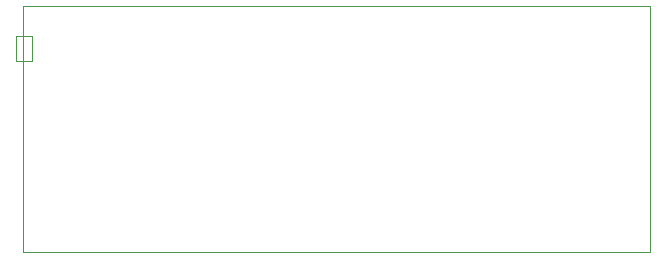
<source format=gm1>
G04 #@! TF.GenerationSoftware,KiCad,Pcbnew,9.0.1-9.0.1-0~ubuntu22.04.1*
G04 #@! TF.CreationDate,2025-06-25T02:31:39+02:00*
G04 #@! TF.ProjectId,powermeter2.1,706f7765-726d-4657-9465-72322e312e6b,rev?*
G04 #@! TF.SameCoordinates,Original*
G04 #@! TF.FileFunction,Profile,NP*
%FSLAX46Y46*%
G04 Gerber Fmt 4.6, Leading zero omitted, Abs format (unit mm)*
G04 Created by KiCad (PCBNEW 9.0.1-9.0.1-0~ubuntu22.04.1) date 2025-06-25 02:31:39*
%MOMM*%
%LPD*%
G01*
G04 APERTURE LIST*
G04 #@! TA.AperFunction,Profile*
%ADD10C,0.050000*%
G04 #@! TD*
G04 APERTURE END LIST*
D10*
X118175000Y-108925000D02*
X119550000Y-108925000D01*
X119550000Y-111100000D01*
X118175000Y-111100000D01*
X118175000Y-108925000D01*
X118775000Y-106425000D02*
X171800000Y-106425000D01*
X171800000Y-127200000D01*
X118775000Y-127200000D01*
X118775000Y-106425000D01*
M02*

</source>
